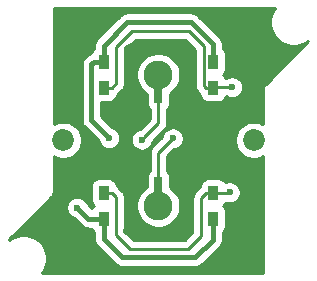
<source format=gbr>
G04 #@! TF.GenerationSoftware,KiCad,Pcbnew,(5.1.4-0-10_14)*
G04 #@! TF.CreationDate,2019-11-01T09:08:41+01:00*
G04 #@! TF.ProjectId,MasterModePushbutton,4d617374-6572-44d6-9f64-655075736862,rev?*
G04 #@! TF.SameCoordinates,Original*
G04 #@! TF.FileFunction,Copper,L1,Top*
G04 #@! TF.FilePolarity,Positive*
%FSLAX46Y46*%
G04 Gerber Fmt 4.6, Leading zero omitted, Abs format (unit mm)*
G04 Created by KiCad (PCBNEW (5.1.4-0-10_14)) date 2019-11-01 09:08:41*
%MOMM*%
%LPD*%
G04 APERTURE LIST*
%ADD10C,0.600000*%
%ADD11C,1.850000*%
%ADD12R,0.900000X1.200000*%
%ADD13C,0.867506*%
%ADD14C,0.100000*%
%ADD15R,0.608000X1.090000*%
%ADD16R,1.090000X3.920000*%
%ADD17C,2.450000*%
%ADD18R,0.640000X2.450000*%
%ADD19R,3.920000X1.090000*%
%ADD20C,0.228600*%
%ADD21C,0.381000*%
%ADD22C,0.254000*%
G04 APERTURE END LIST*
D10*
X127346480Y-102747480D03*
D11*
X127156480Y-94837480D03*
X143286480Y-94837480D03*
D12*
X130596480Y-90387480D03*
X130596480Y-88187480D03*
X139846480Y-90387480D03*
X139846480Y-88187480D03*
X130596480Y-99297480D03*
X130596480Y-101497480D03*
X139846480Y-99297480D03*
X139846480Y-101497480D03*
D13*
X132816480Y-91437480D03*
D14*
G36*
X133361480Y-92249980D02*
G01*
X132271480Y-91624980D01*
X132271480Y-91249980D01*
X133361480Y-90624980D01*
X133361480Y-92249980D01*
X133361480Y-92249980D01*
G37*
D13*
X132816480Y-87137480D03*
D14*
G36*
X133361480Y-87949980D02*
G01*
X132271480Y-87324980D01*
X132271480Y-86949980D01*
X133361480Y-86324980D01*
X133361480Y-87949980D01*
X133361480Y-87949980D01*
G37*
D13*
X137616480Y-91437480D03*
D14*
G36*
X137071480Y-90624980D02*
G01*
X138161480Y-91249980D01*
X138161480Y-91624980D01*
X137071480Y-92249980D01*
X137071480Y-90624980D01*
X137071480Y-90624980D01*
G37*
D15*
X133616480Y-91687480D03*
D16*
X137631480Y-89287480D03*
D17*
X135216480Y-89287480D03*
D18*
X135216480Y-90537480D03*
D16*
X132801480Y-89287480D03*
D19*
X135216480Y-86872480D03*
D15*
X136816480Y-91687480D03*
D13*
X137666480Y-87137480D03*
D14*
G36*
X137121480Y-86324980D02*
G01*
X138211480Y-86949980D01*
X138211480Y-87324980D01*
X137121480Y-87949980D01*
X137121480Y-86324980D01*
X137121480Y-86324980D01*
G37*
D13*
X137616480Y-98247480D03*
D14*
G36*
X137071480Y-97434980D02*
G01*
X138161480Y-98059980D01*
X138161480Y-98434980D01*
X137071480Y-99059980D01*
X137071480Y-97434980D01*
X137071480Y-97434980D01*
G37*
D13*
X137616480Y-102547480D03*
D14*
G36*
X137071480Y-101734980D02*
G01*
X138161480Y-102359980D01*
X138161480Y-102734980D01*
X137071480Y-103359980D01*
X137071480Y-101734980D01*
X137071480Y-101734980D01*
G37*
D13*
X132816480Y-98247480D03*
D14*
G36*
X133361480Y-99059980D02*
G01*
X132271480Y-98434980D01*
X132271480Y-98059980D01*
X133361480Y-97434980D01*
X133361480Y-99059980D01*
X133361480Y-99059980D01*
G37*
D15*
X136816480Y-97997480D03*
D16*
X132801480Y-100397480D03*
D17*
X135216480Y-100397480D03*
D18*
X135216480Y-99147480D03*
D16*
X137631480Y-100397480D03*
D19*
X135216480Y-102812480D03*
D15*
X133616480Y-97997480D03*
D13*
X132766480Y-102547480D03*
D14*
G36*
X133311480Y-103359980D02*
G01*
X132221480Y-102734980D01*
X132221480Y-102359980D01*
X133311480Y-101734980D01*
X133311480Y-103359980D01*
X133311480Y-103359980D01*
G37*
D10*
X142746480Y-87247480D03*
X141446480Y-90347480D03*
X131046480Y-94647480D03*
X128346480Y-100547480D03*
X141246480Y-99247480D03*
X133810820Y-94783784D03*
X136430178Y-94686370D03*
D20*
X130596480Y-90387480D02*
X131275080Y-90387480D01*
X131275080Y-90387480D02*
X131646480Y-90016080D01*
X131646480Y-90016080D02*
X131646480Y-86937000D01*
X139078979Y-86892121D02*
X139078979Y-90246204D01*
X139220255Y-90387480D02*
X139846480Y-90387480D01*
X131646480Y-86937000D02*
X132993828Y-85589652D01*
X132993828Y-85589652D02*
X137776510Y-85589652D01*
X139078979Y-90246204D02*
X139220255Y-90387480D01*
X137776510Y-85589652D02*
X139078979Y-86892121D01*
X141446480Y-90347480D02*
X139886480Y-90347480D01*
X139886480Y-90347480D02*
X139846480Y-90387480D01*
D21*
X130596480Y-88187480D02*
X130596480Y-86832610D01*
X130596480Y-86832610D02*
X132589620Y-84839470D01*
X132589620Y-84839470D02*
X137956906Y-84839470D01*
X139846480Y-86729044D02*
X139846480Y-87206480D01*
X137956906Y-84839470D02*
X139846480Y-86729044D01*
X139846480Y-87206480D02*
X139846480Y-88187480D01*
X129546480Y-88406480D02*
X129546480Y-93147480D01*
X129546480Y-93147480D02*
X131046480Y-94647480D01*
X130596480Y-88187480D02*
X129765480Y-88187480D01*
X129765480Y-88187480D02*
X129546480Y-88406480D01*
D20*
X139846480Y-88187480D02*
X139846480Y-88037480D01*
X130596480Y-88037480D02*
X130596480Y-88187480D01*
D21*
X130596480Y-101497480D02*
X129296480Y-101497480D01*
X129296480Y-101497480D02*
X128346480Y-100547480D01*
X139846480Y-101497480D02*
X139846480Y-103247480D01*
X139846480Y-103247480D02*
X138346480Y-104747480D01*
X130596480Y-103197480D02*
X130596480Y-101497480D01*
X138346480Y-104747480D02*
X132146480Y-104747480D01*
X132146480Y-104747480D02*
X130596480Y-103197480D01*
D20*
X139846480Y-99297480D02*
X141196480Y-99297480D01*
X141196480Y-99297480D02*
X141246480Y-99247480D01*
X130596480Y-99297480D02*
X131275080Y-99297480D01*
X131275080Y-99297480D02*
X131646480Y-99668880D01*
X131646480Y-99668880D02*
X131646480Y-102847480D01*
X138846480Y-99701689D02*
X139250689Y-99297480D01*
X131646480Y-102847480D02*
X132846480Y-104047480D01*
X132846480Y-104047480D02*
X137746480Y-104047480D01*
X137746480Y-104047480D02*
X138846480Y-102947480D01*
X138846480Y-102947480D02*
X138846480Y-99701689D01*
X139250689Y-99297480D02*
X139846480Y-99297480D01*
X134110819Y-94483785D02*
X133810820Y-94783784D01*
X135216480Y-93378124D02*
X134110819Y-94483785D01*
X135216480Y-90537480D02*
X135216480Y-93378124D01*
X135216480Y-90537480D02*
X135216480Y-89287480D01*
X136130179Y-94986369D02*
X136430178Y-94686370D01*
X135216480Y-95900068D02*
X136130179Y-94986369D01*
X135216480Y-99147480D02*
X135216480Y-95900068D01*
X135216480Y-100397480D02*
X135216480Y-99147480D01*
D22*
G36*
X144887395Y-83897230D02*
G01*
X144737762Y-84258477D01*
X144661480Y-84641975D01*
X144661480Y-85032985D01*
X144737762Y-85416483D01*
X144887395Y-85777730D01*
X145104629Y-86102844D01*
X145381116Y-86379331D01*
X145706230Y-86596565D01*
X146067477Y-86746198D01*
X146450975Y-86822480D01*
X146841985Y-86822480D01*
X147225483Y-86746198D01*
X147586730Y-86596565D01*
X147871481Y-86406301D01*
X147871481Y-86461243D01*
X144285898Y-90046826D01*
X144259769Y-90068270D01*
X144238326Y-90094398D01*
X144238320Y-90094404D01*
X144217990Y-90119177D01*
X144174168Y-90172574D01*
X144110561Y-90291575D01*
X144083274Y-90381528D01*
X144080525Y-90390592D01*
X144071392Y-90420698D01*
X144061480Y-90521334D01*
X144061480Y-90521341D01*
X144058167Y-90554980D01*
X144061480Y-90588619D01*
X144061480Y-93479123D01*
X144025417Y-93455026D01*
X143741515Y-93337430D01*
X143440127Y-93277480D01*
X143132833Y-93277480D01*
X142831445Y-93337430D01*
X142547543Y-93455026D01*
X142292038Y-93625749D01*
X142074749Y-93843038D01*
X141904026Y-94098543D01*
X141786430Y-94382445D01*
X141726480Y-94683833D01*
X141726480Y-94991127D01*
X141786430Y-95292515D01*
X141904026Y-95576417D01*
X142074749Y-95831922D01*
X142292038Y-96049211D01*
X142547543Y-96219934D01*
X142831445Y-96337530D01*
X143132833Y-96397480D01*
X143440127Y-96397480D01*
X143741515Y-96337530D01*
X144025417Y-96219934D01*
X144061480Y-96195837D01*
X144061481Y-106062480D01*
X125371983Y-106062480D01*
X125555565Y-105787730D01*
X125705198Y-105426483D01*
X125781480Y-105042985D01*
X125781480Y-104651975D01*
X125705198Y-104268477D01*
X125555565Y-103907230D01*
X125338331Y-103582116D01*
X125061844Y-103305629D01*
X124736730Y-103088395D01*
X124375483Y-102938762D01*
X123991985Y-102862480D01*
X123600975Y-102862480D01*
X123217477Y-102938762D01*
X122856230Y-103088395D01*
X122571480Y-103278659D01*
X122571480Y-103221216D01*
X125337305Y-100455391D01*
X127411480Y-100455391D01*
X127411480Y-100639569D01*
X127447412Y-100820209D01*
X127517894Y-100990369D01*
X127620218Y-101143508D01*
X127750452Y-101273742D01*
X127903591Y-101376066D01*
X128073751Y-101446548D01*
X128079199Y-101447632D01*
X128684091Y-102052525D01*
X128709939Y-102084021D01*
X128741435Y-102109869D01*
X128741438Y-102109872D01*
X128835637Y-102187179D01*
X128976350Y-102262392D01*
X128979046Y-102263833D01*
X129134654Y-102311036D01*
X129255927Y-102322980D01*
X129255929Y-102322980D01*
X129296480Y-102326974D01*
X129337030Y-102322980D01*
X129551311Y-102322980D01*
X129556978Y-102341660D01*
X129615943Y-102451974D01*
X129695295Y-102548665D01*
X129770980Y-102610778D01*
X129770980Y-103156929D01*
X129766986Y-103197480D01*
X129770980Y-103238030D01*
X129770980Y-103238032D01*
X129782924Y-103359305D01*
X129817569Y-103473514D01*
X129830127Y-103514913D01*
X129906781Y-103658322D01*
X129929445Y-103685938D01*
X130009939Y-103784021D01*
X130041446Y-103809878D01*
X131534086Y-105302519D01*
X131559939Y-105334021D01*
X131624076Y-105386657D01*
X131685637Y-105437179D01*
X131829046Y-105513833D01*
X131984654Y-105561036D01*
X132105927Y-105572980D01*
X132105929Y-105572980D01*
X132146479Y-105576974D01*
X132187030Y-105572980D01*
X138305930Y-105572980D01*
X138346480Y-105576974D01*
X138387030Y-105572980D01*
X138387033Y-105572980D01*
X138508306Y-105561036D01*
X138663914Y-105513833D01*
X138807322Y-105437179D01*
X138933021Y-105334021D01*
X138958878Y-105302514D01*
X140401519Y-103859874D01*
X140433021Y-103834021D01*
X140536179Y-103708322D01*
X140612833Y-103564914D01*
X140660036Y-103409306D01*
X140671980Y-103288033D01*
X140671980Y-103288024D01*
X140675973Y-103247481D01*
X140671980Y-103206938D01*
X140671980Y-102610778D01*
X140747665Y-102548665D01*
X140827017Y-102451974D01*
X140885982Y-102341660D01*
X140922292Y-102221962D01*
X140934552Y-102097480D01*
X140934552Y-100897480D01*
X140922292Y-100772998D01*
X140885982Y-100653300D01*
X140827017Y-100542986D01*
X140747665Y-100446295D01*
X140688184Y-100397480D01*
X140747665Y-100348665D01*
X140827017Y-100251974D01*
X140885982Y-100141660D01*
X140894462Y-100113706D01*
X140973751Y-100146548D01*
X141154391Y-100182480D01*
X141338569Y-100182480D01*
X141519209Y-100146548D01*
X141689369Y-100076066D01*
X141842508Y-99973742D01*
X141972742Y-99843508D01*
X142075066Y-99690369D01*
X142145548Y-99520209D01*
X142181480Y-99339569D01*
X142181480Y-99155391D01*
X142145548Y-98974751D01*
X142075066Y-98804591D01*
X141972742Y-98651452D01*
X141842508Y-98521218D01*
X141689369Y-98418894D01*
X141519209Y-98348412D01*
X141338569Y-98312480D01*
X141154391Y-98312480D01*
X140973751Y-98348412D01*
X140855990Y-98397190D01*
X140827017Y-98342986D01*
X140747665Y-98246295D01*
X140650974Y-98166943D01*
X140540660Y-98107978D01*
X140420962Y-98071668D01*
X140296480Y-98059408D01*
X139396480Y-98059408D01*
X139271998Y-98071668D01*
X139152300Y-98107978D01*
X139041986Y-98166943D01*
X138945295Y-98246295D01*
X138865943Y-98342986D01*
X138806978Y-98453300D01*
X138770668Y-98572998D01*
X138758408Y-98697480D01*
X138758408Y-98732159D01*
X138718291Y-98765082D01*
X138694826Y-98793674D01*
X138342669Y-99145831D01*
X138314083Y-99169291D01*
X138290623Y-99197877D01*
X138290620Y-99197880D01*
X138220446Y-99283386D01*
X138150868Y-99413558D01*
X138121648Y-99509886D01*
X138108023Y-99554801D01*
X138104748Y-99588056D01*
X138093556Y-99701689D01*
X138097181Y-99738494D01*
X138097180Y-102637110D01*
X137436111Y-103298180D01*
X133156850Y-103298180D01*
X132395780Y-102537111D01*
X132395780Y-100214286D01*
X133356480Y-100214286D01*
X133356480Y-100580674D01*
X133427959Y-100940022D01*
X133568169Y-101278521D01*
X133771723Y-101583161D01*
X134030799Y-101842237D01*
X134335439Y-102045791D01*
X134673938Y-102186001D01*
X135033286Y-102257480D01*
X135399674Y-102257480D01*
X135759022Y-102186001D01*
X136097521Y-102045791D01*
X136402161Y-101842237D01*
X136661237Y-101583161D01*
X136864791Y-101278521D01*
X137005001Y-100940022D01*
X137076480Y-100580674D01*
X137076480Y-100214286D01*
X137005001Y-99854938D01*
X136864791Y-99516439D01*
X136661237Y-99211799D01*
X136402161Y-98952723D01*
X136174552Y-98800639D01*
X136174552Y-97922480D01*
X136162292Y-97797998D01*
X136125982Y-97678300D01*
X136067017Y-97567986D01*
X135987665Y-97471295D01*
X135965780Y-97453335D01*
X135965780Y-96210437D01*
X136562938Y-95613280D01*
X136702907Y-95585438D01*
X136873067Y-95514956D01*
X137026206Y-95412632D01*
X137156440Y-95282398D01*
X137258764Y-95129259D01*
X137329246Y-94959099D01*
X137365178Y-94778459D01*
X137365178Y-94594281D01*
X137329246Y-94413641D01*
X137258764Y-94243481D01*
X137156440Y-94090342D01*
X137026206Y-93960108D01*
X136873067Y-93857784D01*
X136702907Y-93787302D01*
X136522267Y-93751370D01*
X136338089Y-93751370D01*
X136157449Y-93787302D01*
X135987289Y-93857784D01*
X135834150Y-93960108D01*
X135703916Y-94090342D01*
X135601592Y-94243481D01*
X135531110Y-94413641D01*
X135503268Y-94553610D01*
X134712669Y-95344210D01*
X134684083Y-95367670D01*
X134660623Y-95396256D01*
X134660620Y-95396259D01*
X134590446Y-95481765D01*
X134520868Y-95611937D01*
X134478023Y-95753181D01*
X134463556Y-95900068D01*
X134467181Y-95936873D01*
X134467181Y-97453334D01*
X134445295Y-97471295D01*
X134365943Y-97567986D01*
X134306978Y-97678300D01*
X134270668Y-97797998D01*
X134258408Y-97922480D01*
X134258408Y-98800639D01*
X134030799Y-98952723D01*
X133771723Y-99211799D01*
X133568169Y-99516439D01*
X133427959Y-99854938D01*
X133356480Y-100214286D01*
X132395780Y-100214286D01*
X132395780Y-99705676D01*
X132399404Y-99668880D01*
X132395780Y-99632084D01*
X132395780Y-99632074D01*
X132384938Y-99521992D01*
X132342092Y-99380748D01*
X132272514Y-99250577D01*
X132178878Y-99136482D01*
X132150287Y-99113018D01*
X131830943Y-98793674D01*
X131807478Y-98765082D01*
X131693383Y-98671446D01*
X131681355Y-98665017D01*
X131672292Y-98572998D01*
X131635982Y-98453300D01*
X131577017Y-98342986D01*
X131497665Y-98246295D01*
X131400974Y-98166943D01*
X131290660Y-98107978D01*
X131170962Y-98071668D01*
X131046480Y-98059408D01*
X130146480Y-98059408D01*
X130021998Y-98071668D01*
X129902300Y-98107978D01*
X129791986Y-98166943D01*
X129695295Y-98246295D01*
X129615943Y-98342986D01*
X129556978Y-98453300D01*
X129520668Y-98572998D01*
X129508408Y-98697480D01*
X129508408Y-99897480D01*
X129520668Y-100021962D01*
X129556978Y-100141660D01*
X129615943Y-100251974D01*
X129695295Y-100348665D01*
X129754776Y-100397480D01*
X129695295Y-100446295D01*
X129615943Y-100542986D01*
X129578838Y-100612404D01*
X129246632Y-100280199D01*
X129245548Y-100274751D01*
X129175066Y-100104591D01*
X129072742Y-99951452D01*
X128942508Y-99821218D01*
X128789369Y-99718894D01*
X128619209Y-99648412D01*
X128438569Y-99612480D01*
X128254391Y-99612480D01*
X128073751Y-99648412D01*
X127903591Y-99718894D01*
X127750452Y-99821218D01*
X127620218Y-99951452D01*
X127517894Y-100104591D01*
X127447412Y-100274751D01*
X127411480Y-100455391D01*
X125337305Y-100455391D01*
X126157062Y-99635634D01*
X126183190Y-99614191D01*
X126204634Y-99588062D01*
X126204640Y-99588056D01*
X126247680Y-99535611D01*
X126268792Y-99509887D01*
X126320281Y-99413557D01*
X126332399Y-99390887D01*
X126371568Y-99261763D01*
X126377860Y-99197880D01*
X126381480Y-99161127D01*
X126381480Y-99161119D01*
X126384793Y-99127480D01*
X126381480Y-99093841D01*
X126381480Y-96195837D01*
X126417543Y-96219934D01*
X126701445Y-96337530D01*
X127002833Y-96397480D01*
X127310127Y-96397480D01*
X127611515Y-96337530D01*
X127895417Y-96219934D01*
X128150922Y-96049211D01*
X128368211Y-95831922D01*
X128538934Y-95576417D01*
X128656530Y-95292515D01*
X128716480Y-94991127D01*
X128716480Y-94683833D01*
X128656530Y-94382445D01*
X128538934Y-94098543D01*
X128368211Y-93843038D01*
X128150922Y-93625749D01*
X127895417Y-93455026D01*
X127611515Y-93337430D01*
X127310127Y-93277480D01*
X127002833Y-93277480D01*
X126701445Y-93337430D01*
X126417543Y-93455026D01*
X126381480Y-93479123D01*
X126381480Y-88406480D01*
X128716986Y-88406480D01*
X128720980Y-88447031D01*
X128720981Y-93106920D01*
X128716986Y-93147480D01*
X128732925Y-93309306D01*
X128780127Y-93464913D01*
X128856781Y-93608322D01*
X128904327Y-93666256D01*
X128959940Y-93734021D01*
X128991441Y-93759873D01*
X130146328Y-94914761D01*
X130147412Y-94920209D01*
X130217894Y-95090369D01*
X130320218Y-95243508D01*
X130450452Y-95373742D01*
X130603591Y-95476066D01*
X130773751Y-95546548D01*
X130954391Y-95582480D01*
X131138569Y-95582480D01*
X131319209Y-95546548D01*
X131489369Y-95476066D01*
X131642508Y-95373742D01*
X131772742Y-95243508D01*
X131875066Y-95090369D01*
X131945548Y-94920209D01*
X131981480Y-94739569D01*
X131981480Y-94691695D01*
X132875820Y-94691695D01*
X132875820Y-94875873D01*
X132911752Y-95056513D01*
X132982234Y-95226673D01*
X133084558Y-95379812D01*
X133214792Y-95510046D01*
X133367931Y-95612370D01*
X133538091Y-95682852D01*
X133718731Y-95718784D01*
X133902909Y-95718784D01*
X134083549Y-95682852D01*
X134253709Y-95612370D01*
X134406848Y-95510046D01*
X134537082Y-95379812D01*
X134639406Y-95226673D01*
X134709888Y-95056513D01*
X134737730Y-94916543D01*
X135720297Y-93933978D01*
X135748878Y-93910522D01*
X135772334Y-93881941D01*
X135772341Y-93881934D01*
X135842514Y-93796428D01*
X135912092Y-93666256D01*
X135954938Y-93525012D01*
X135965780Y-93414930D01*
X135965780Y-93414920D01*
X135969404Y-93378124D01*
X135965780Y-93341328D01*
X135965780Y-92231625D01*
X135987665Y-92213665D01*
X136067017Y-92116974D01*
X136125982Y-92006660D01*
X136162292Y-91886962D01*
X136174552Y-91762480D01*
X136174552Y-90884321D01*
X136402161Y-90732237D01*
X136661237Y-90473161D01*
X136864791Y-90168521D01*
X137005001Y-89830022D01*
X137076480Y-89470674D01*
X137076480Y-89104286D01*
X137005001Y-88744938D01*
X136864791Y-88406439D01*
X136661237Y-88101799D01*
X136402161Y-87842723D01*
X136097521Y-87639169D01*
X135759022Y-87498959D01*
X135399674Y-87427480D01*
X135033286Y-87427480D01*
X134673938Y-87498959D01*
X134335439Y-87639169D01*
X134030799Y-87842723D01*
X133771723Y-88101799D01*
X133568169Y-88406439D01*
X133427959Y-88744938D01*
X133356480Y-89104286D01*
X133356480Y-89470674D01*
X133427959Y-89830022D01*
X133568169Y-90168521D01*
X133771723Y-90473161D01*
X134030799Y-90732237D01*
X134258408Y-90884321D01*
X134258408Y-91762480D01*
X134270668Y-91886962D01*
X134306978Y-92006660D01*
X134365943Y-92116974D01*
X134445295Y-92213665D01*
X134467181Y-92231626D01*
X134467181Y-93067753D01*
X133678061Y-93856874D01*
X133538091Y-93884716D01*
X133367931Y-93955198D01*
X133214792Y-94057522D01*
X133084558Y-94187756D01*
X132982234Y-94340895D01*
X132911752Y-94511055D01*
X132875820Y-94691695D01*
X131981480Y-94691695D01*
X131981480Y-94555391D01*
X131945548Y-94374751D01*
X131875066Y-94204591D01*
X131772742Y-94051452D01*
X131642508Y-93921218D01*
X131489369Y-93818894D01*
X131319209Y-93748412D01*
X131313761Y-93747328D01*
X130371980Y-92805548D01*
X130371980Y-91625552D01*
X131046480Y-91625552D01*
X131170962Y-91613292D01*
X131290660Y-91576982D01*
X131400974Y-91518017D01*
X131497665Y-91438665D01*
X131577017Y-91341974D01*
X131635982Y-91231660D01*
X131672292Y-91111962D01*
X131681355Y-91019943D01*
X131693383Y-91013514D01*
X131807478Y-90919878D01*
X131830943Y-90891286D01*
X132150287Y-90571942D01*
X132178878Y-90548478D01*
X132272514Y-90434383D01*
X132342092Y-90304212D01*
X132384938Y-90162968D01*
X132395780Y-90052886D01*
X132395780Y-90052876D01*
X132399404Y-90016080D01*
X132395780Y-89979284D01*
X132395780Y-87247369D01*
X133304199Y-86338952D01*
X137466141Y-86338952D01*
X138329679Y-87202491D01*
X138329680Y-90209399D01*
X138326055Y-90246204D01*
X138329680Y-90283010D01*
X138330524Y-90291574D01*
X138340522Y-90393091D01*
X138383367Y-90534335D01*
X138452945Y-90664507D01*
X138523119Y-90750013D01*
X138546582Y-90778602D01*
X138575168Y-90802062D01*
X138664392Y-90891286D01*
X138687857Y-90919878D01*
X138758408Y-90977778D01*
X138758408Y-90987480D01*
X138770668Y-91111962D01*
X138806978Y-91231660D01*
X138865943Y-91341974D01*
X138945295Y-91438665D01*
X139041986Y-91518017D01*
X139152300Y-91576982D01*
X139271998Y-91613292D01*
X139396480Y-91625552D01*
X140296480Y-91625552D01*
X140420962Y-91613292D01*
X140540660Y-91576982D01*
X140650974Y-91518017D01*
X140747665Y-91438665D01*
X140827017Y-91341974D01*
X140885982Y-91231660D01*
X140919825Y-91120095D01*
X141003591Y-91176066D01*
X141173751Y-91246548D01*
X141354391Y-91282480D01*
X141538569Y-91282480D01*
X141719209Y-91246548D01*
X141889369Y-91176066D01*
X142042508Y-91073742D01*
X142172742Y-90943508D01*
X142275066Y-90790369D01*
X142345548Y-90620209D01*
X142381480Y-90439569D01*
X142381480Y-90255391D01*
X142345548Y-90074751D01*
X142275066Y-89904591D01*
X142172742Y-89751452D01*
X142042508Y-89621218D01*
X141889369Y-89518894D01*
X141719209Y-89448412D01*
X141538569Y-89412480D01*
X141354391Y-89412480D01*
X141173751Y-89448412D01*
X141003591Y-89518894D01*
X140899647Y-89588347D01*
X140885982Y-89543300D01*
X140827017Y-89432986D01*
X140747665Y-89336295D01*
X140688184Y-89287480D01*
X140747665Y-89238665D01*
X140827017Y-89141974D01*
X140885982Y-89031660D01*
X140922292Y-88911962D01*
X140934552Y-88787480D01*
X140934552Y-87587480D01*
X140922292Y-87462998D01*
X140885982Y-87343300D01*
X140827017Y-87232986D01*
X140747665Y-87136295D01*
X140671980Y-87074182D01*
X140671980Y-86769594D01*
X140675974Y-86729043D01*
X140670236Y-86670784D01*
X140660036Y-86567218D01*
X140612833Y-86411610D01*
X140536180Y-86268203D01*
X140536179Y-86268201D01*
X140458871Y-86174002D01*
X140433021Y-86142503D01*
X140401521Y-86116652D01*
X138569304Y-84284436D01*
X138543447Y-84252929D01*
X138417748Y-84149771D01*
X138274340Y-84073117D01*
X138118732Y-84025914D01*
X137997459Y-84013970D01*
X137997456Y-84013970D01*
X137956906Y-84009976D01*
X137916356Y-84013970D01*
X132630170Y-84013970D01*
X132589620Y-84009976D01*
X132549069Y-84013970D01*
X132549067Y-84013970D01*
X132427794Y-84025914D01*
X132272186Y-84073117D01*
X132128777Y-84149771D01*
X132034578Y-84227078D01*
X132034577Y-84227079D01*
X132003079Y-84252929D01*
X131977231Y-84284425D01*
X130041441Y-86220217D01*
X130009940Y-86246069D01*
X129984089Y-86277569D01*
X129906781Y-86371768D01*
X129830127Y-86515177D01*
X129782925Y-86670784D01*
X129766986Y-86832610D01*
X129770981Y-86873170D01*
X129770981Y-87074181D01*
X129695295Y-87136295D01*
X129615943Y-87232986D01*
X129556978Y-87343300D01*
X129542016Y-87392621D01*
X129448046Y-87421127D01*
X129304638Y-87497781D01*
X129178939Y-87600939D01*
X129153086Y-87632442D01*
X128991445Y-87794083D01*
X128959939Y-87819939D01*
X128901956Y-87890593D01*
X128856781Y-87945638D01*
X128808495Y-88035974D01*
X128780127Y-88089047D01*
X128732924Y-88244655D01*
X128722617Y-88349305D01*
X128716986Y-88406480D01*
X126381480Y-88406480D01*
X126381480Y-83619980D01*
X145072647Y-83619980D01*
X144887395Y-83897230D01*
X144887395Y-83897230D01*
G37*
X144887395Y-83897230D02*
X144737762Y-84258477D01*
X144661480Y-84641975D01*
X144661480Y-85032985D01*
X144737762Y-85416483D01*
X144887395Y-85777730D01*
X145104629Y-86102844D01*
X145381116Y-86379331D01*
X145706230Y-86596565D01*
X146067477Y-86746198D01*
X146450975Y-86822480D01*
X146841985Y-86822480D01*
X147225483Y-86746198D01*
X147586730Y-86596565D01*
X147871481Y-86406301D01*
X147871481Y-86461243D01*
X144285898Y-90046826D01*
X144259769Y-90068270D01*
X144238326Y-90094398D01*
X144238320Y-90094404D01*
X144217990Y-90119177D01*
X144174168Y-90172574D01*
X144110561Y-90291575D01*
X144083274Y-90381528D01*
X144080525Y-90390592D01*
X144071392Y-90420698D01*
X144061480Y-90521334D01*
X144061480Y-90521341D01*
X144058167Y-90554980D01*
X144061480Y-90588619D01*
X144061480Y-93479123D01*
X144025417Y-93455026D01*
X143741515Y-93337430D01*
X143440127Y-93277480D01*
X143132833Y-93277480D01*
X142831445Y-93337430D01*
X142547543Y-93455026D01*
X142292038Y-93625749D01*
X142074749Y-93843038D01*
X141904026Y-94098543D01*
X141786430Y-94382445D01*
X141726480Y-94683833D01*
X141726480Y-94991127D01*
X141786430Y-95292515D01*
X141904026Y-95576417D01*
X142074749Y-95831922D01*
X142292038Y-96049211D01*
X142547543Y-96219934D01*
X142831445Y-96337530D01*
X143132833Y-96397480D01*
X143440127Y-96397480D01*
X143741515Y-96337530D01*
X144025417Y-96219934D01*
X144061480Y-96195837D01*
X144061481Y-106062480D01*
X125371983Y-106062480D01*
X125555565Y-105787730D01*
X125705198Y-105426483D01*
X125781480Y-105042985D01*
X125781480Y-104651975D01*
X125705198Y-104268477D01*
X125555565Y-103907230D01*
X125338331Y-103582116D01*
X125061844Y-103305629D01*
X124736730Y-103088395D01*
X124375483Y-102938762D01*
X123991985Y-102862480D01*
X123600975Y-102862480D01*
X123217477Y-102938762D01*
X122856230Y-103088395D01*
X122571480Y-103278659D01*
X122571480Y-103221216D01*
X125337305Y-100455391D01*
X127411480Y-100455391D01*
X127411480Y-100639569D01*
X127447412Y-100820209D01*
X127517894Y-100990369D01*
X127620218Y-101143508D01*
X127750452Y-101273742D01*
X127903591Y-101376066D01*
X128073751Y-101446548D01*
X128079199Y-101447632D01*
X128684091Y-102052525D01*
X128709939Y-102084021D01*
X128741435Y-102109869D01*
X128741438Y-102109872D01*
X128835637Y-102187179D01*
X128976350Y-102262392D01*
X128979046Y-102263833D01*
X129134654Y-102311036D01*
X129255927Y-102322980D01*
X129255929Y-102322980D01*
X129296480Y-102326974D01*
X129337030Y-102322980D01*
X129551311Y-102322980D01*
X129556978Y-102341660D01*
X129615943Y-102451974D01*
X129695295Y-102548665D01*
X129770980Y-102610778D01*
X129770980Y-103156929D01*
X129766986Y-103197480D01*
X129770980Y-103238030D01*
X129770980Y-103238032D01*
X129782924Y-103359305D01*
X129817569Y-103473514D01*
X129830127Y-103514913D01*
X129906781Y-103658322D01*
X129929445Y-103685938D01*
X130009939Y-103784021D01*
X130041446Y-103809878D01*
X131534086Y-105302519D01*
X131559939Y-105334021D01*
X131624076Y-105386657D01*
X131685637Y-105437179D01*
X131829046Y-105513833D01*
X131984654Y-105561036D01*
X132105927Y-105572980D01*
X132105929Y-105572980D01*
X132146479Y-105576974D01*
X132187030Y-105572980D01*
X138305930Y-105572980D01*
X138346480Y-105576974D01*
X138387030Y-105572980D01*
X138387033Y-105572980D01*
X138508306Y-105561036D01*
X138663914Y-105513833D01*
X138807322Y-105437179D01*
X138933021Y-105334021D01*
X138958878Y-105302514D01*
X140401519Y-103859874D01*
X140433021Y-103834021D01*
X140536179Y-103708322D01*
X140612833Y-103564914D01*
X140660036Y-103409306D01*
X140671980Y-103288033D01*
X140671980Y-103288024D01*
X140675973Y-103247481D01*
X140671980Y-103206938D01*
X140671980Y-102610778D01*
X140747665Y-102548665D01*
X140827017Y-102451974D01*
X140885982Y-102341660D01*
X140922292Y-102221962D01*
X140934552Y-102097480D01*
X140934552Y-100897480D01*
X140922292Y-100772998D01*
X140885982Y-100653300D01*
X140827017Y-100542986D01*
X140747665Y-100446295D01*
X140688184Y-100397480D01*
X140747665Y-100348665D01*
X140827017Y-100251974D01*
X140885982Y-100141660D01*
X140894462Y-100113706D01*
X140973751Y-100146548D01*
X141154391Y-100182480D01*
X141338569Y-100182480D01*
X141519209Y-100146548D01*
X141689369Y-100076066D01*
X141842508Y-99973742D01*
X141972742Y-99843508D01*
X142075066Y-99690369D01*
X142145548Y-99520209D01*
X142181480Y-99339569D01*
X142181480Y-99155391D01*
X142145548Y-98974751D01*
X142075066Y-98804591D01*
X141972742Y-98651452D01*
X141842508Y-98521218D01*
X141689369Y-98418894D01*
X141519209Y-98348412D01*
X141338569Y-98312480D01*
X141154391Y-98312480D01*
X140973751Y-98348412D01*
X140855990Y-98397190D01*
X140827017Y-98342986D01*
X140747665Y-98246295D01*
X140650974Y-98166943D01*
X140540660Y-98107978D01*
X140420962Y-98071668D01*
X140296480Y-98059408D01*
X139396480Y-98059408D01*
X139271998Y-98071668D01*
X139152300Y-98107978D01*
X139041986Y-98166943D01*
X138945295Y-98246295D01*
X138865943Y-98342986D01*
X138806978Y-98453300D01*
X138770668Y-98572998D01*
X138758408Y-98697480D01*
X138758408Y-98732159D01*
X138718291Y-98765082D01*
X138694826Y-98793674D01*
X138342669Y-99145831D01*
X138314083Y-99169291D01*
X138290623Y-99197877D01*
X138290620Y-99197880D01*
X138220446Y-99283386D01*
X138150868Y-99413558D01*
X138121648Y-99509886D01*
X138108023Y-99554801D01*
X138104748Y-99588056D01*
X138093556Y-99701689D01*
X138097181Y-99738494D01*
X138097180Y-102637110D01*
X137436111Y-103298180D01*
X133156850Y-103298180D01*
X132395780Y-102537111D01*
X132395780Y-100214286D01*
X133356480Y-100214286D01*
X133356480Y-100580674D01*
X133427959Y-100940022D01*
X133568169Y-101278521D01*
X133771723Y-101583161D01*
X134030799Y-101842237D01*
X134335439Y-102045791D01*
X134673938Y-102186001D01*
X135033286Y-102257480D01*
X135399674Y-102257480D01*
X135759022Y-102186001D01*
X136097521Y-102045791D01*
X136402161Y-101842237D01*
X136661237Y-101583161D01*
X136864791Y-101278521D01*
X137005001Y-100940022D01*
X137076480Y-100580674D01*
X137076480Y-100214286D01*
X137005001Y-99854938D01*
X136864791Y-99516439D01*
X136661237Y-99211799D01*
X136402161Y-98952723D01*
X136174552Y-98800639D01*
X136174552Y-97922480D01*
X136162292Y-97797998D01*
X136125982Y-97678300D01*
X136067017Y-97567986D01*
X135987665Y-97471295D01*
X135965780Y-97453335D01*
X135965780Y-96210437D01*
X136562938Y-95613280D01*
X136702907Y-95585438D01*
X136873067Y-95514956D01*
X137026206Y-95412632D01*
X137156440Y-95282398D01*
X137258764Y-95129259D01*
X137329246Y-94959099D01*
X137365178Y-94778459D01*
X137365178Y-94594281D01*
X137329246Y-94413641D01*
X137258764Y-94243481D01*
X137156440Y-94090342D01*
X137026206Y-93960108D01*
X136873067Y-93857784D01*
X136702907Y-93787302D01*
X136522267Y-93751370D01*
X136338089Y-93751370D01*
X136157449Y-93787302D01*
X135987289Y-93857784D01*
X135834150Y-93960108D01*
X135703916Y-94090342D01*
X135601592Y-94243481D01*
X135531110Y-94413641D01*
X135503268Y-94553610D01*
X134712669Y-95344210D01*
X134684083Y-95367670D01*
X134660623Y-95396256D01*
X134660620Y-95396259D01*
X134590446Y-95481765D01*
X134520868Y-95611937D01*
X134478023Y-95753181D01*
X134463556Y-95900068D01*
X134467181Y-95936873D01*
X134467181Y-97453334D01*
X134445295Y-97471295D01*
X134365943Y-97567986D01*
X134306978Y-97678300D01*
X134270668Y-97797998D01*
X134258408Y-97922480D01*
X134258408Y-98800639D01*
X134030799Y-98952723D01*
X133771723Y-99211799D01*
X133568169Y-99516439D01*
X133427959Y-99854938D01*
X133356480Y-100214286D01*
X132395780Y-100214286D01*
X132395780Y-99705676D01*
X132399404Y-99668880D01*
X132395780Y-99632084D01*
X132395780Y-99632074D01*
X132384938Y-99521992D01*
X132342092Y-99380748D01*
X132272514Y-99250577D01*
X132178878Y-99136482D01*
X132150287Y-99113018D01*
X131830943Y-98793674D01*
X131807478Y-98765082D01*
X131693383Y-98671446D01*
X131681355Y-98665017D01*
X131672292Y-98572998D01*
X131635982Y-98453300D01*
X131577017Y-98342986D01*
X131497665Y-98246295D01*
X131400974Y-98166943D01*
X131290660Y-98107978D01*
X131170962Y-98071668D01*
X131046480Y-98059408D01*
X130146480Y-98059408D01*
X130021998Y-98071668D01*
X129902300Y-98107978D01*
X129791986Y-98166943D01*
X129695295Y-98246295D01*
X129615943Y-98342986D01*
X129556978Y-98453300D01*
X129520668Y-98572998D01*
X129508408Y-98697480D01*
X129508408Y-99897480D01*
X129520668Y-100021962D01*
X129556978Y-100141660D01*
X129615943Y-100251974D01*
X129695295Y-100348665D01*
X129754776Y-100397480D01*
X129695295Y-100446295D01*
X129615943Y-100542986D01*
X129578838Y-100612404D01*
X129246632Y-100280199D01*
X129245548Y-100274751D01*
X129175066Y-100104591D01*
X129072742Y-99951452D01*
X128942508Y-99821218D01*
X128789369Y-99718894D01*
X128619209Y-99648412D01*
X128438569Y-99612480D01*
X128254391Y-99612480D01*
X128073751Y-99648412D01*
X127903591Y-99718894D01*
X127750452Y-99821218D01*
X127620218Y-99951452D01*
X127517894Y-100104591D01*
X127447412Y-100274751D01*
X127411480Y-100455391D01*
X125337305Y-100455391D01*
X126157062Y-99635634D01*
X126183190Y-99614191D01*
X126204634Y-99588062D01*
X126204640Y-99588056D01*
X126247680Y-99535611D01*
X126268792Y-99509887D01*
X126320281Y-99413557D01*
X126332399Y-99390887D01*
X126371568Y-99261763D01*
X126377860Y-99197880D01*
X126381480Y-99161127D01*
X126381480Y-99161119D01*
X126384793Y-99127480D01*
X126381480Y-99093841D01*
X126381480Y-96195837D01*
X126417543Y-96219934D01*
X126701445Y-96337530D01*
X127002833Y-96397480D01*
X127310127Y-96397480D01*
X127611515Y-96337530D01*
X127895417Y-96219934D01*
X128150922Y-96049211D01*
X128368211Y-95831922D01*
X128538934Y-95576417D01*
X128656530Y-95292515D01*
X128716480Y-94991127D01*
X128716480Y-94683833D01*
X128656530Y-94382445D01*
X128538934Y-94098543D01*
X128368211Y-93843038D01*
X128150922Y-93625749D01*
X127895417Y-93455026D01*
X127611515Y-93337430D01*
X127310127Y-93277480D01*
X127002833Y-93277480D01*
X126701445Y-93337430D01*
X126417543Y-93455026D01*
X126381480Y-93479123D01*
X126381480Y-88406480D01*
X128716986Y-88406480D01*
X128720980Y-88447031D01*
X128720981Y-93106920D01*
X128716986Y-93147480D01*
X128732925Y-93309306D01*
X128780127Y-93464913D01*
X128856781Y-93608322D01*
X128904327Y-93666256D01*
X128959940Y-93734021D01*
X128991441Y-93759873D01*
X130146328Y-94914761D01*
X130147412Y-94920209D01*
X130217894Y-95090369D01*
X130320218Y-95243508D01*
X130450452Y-95373742D01*
X130603591Y-95476066D01*
X130773751Y-95546548D01*
X130954391Y-95582480D01*
X131138569Y-95582480D01*
X131319209Y-95546548D01*
X131489369Y-95476066D01*
X131642508Y-95373742D01*
X131772742Y-95243508D01*
X131875066Y-95090369D01*
X131945548Y-94920209D01*
X131981480Y-94739569D01*
X131981480Y-94691695D01*
X132875820Y-94691695D01*
X132875820Y-94875873D01*
X132911752Y-95056513D01*
X132982234Y-95226673D01*
X133084558Y-95379812D01*
X133214792Y-95510046D01*
X133367931Y-95612370D01*
X133538091Y-95682852D01*
X133718731Y-95718784D01*
X133902909Y-95718784D01*
X134083549Y-95682852D01*
X134253709Y-95612370D01*
X134406848Y-95510046D01*
X134537082Y-95379812D01*
X134639406Y-95226673D01*
X134709888Y-95056513D01*
X134737730Y-94916543D01*
X135720297Y-93933978D01*
X135748878Y-93910522D01*
X135772334Y-93881941D01*
X135772341Y-93881934D01*
X135842514Y-93796428D01*
X135912092Y-93666256D01*
X135954938Y-93525012D01*
X135965780Y-93414930D01*
X135965780Y-93414920D01*
X135969404Y-93378124D01*
X135965780Y-93341328D01*
X135965780Y-92231625D01*
X135987665Y-92213665D01*
X136067017Y-92116974D01*
X136125982Y-92006660D01*
X136162292Y-91886962D01*
X136174552Y-91762480D01*
X136174552Y-90884321D01*
X136402161Y-90732237D01*
X136661237Y-90473161D01*
X136864791Y-90168521D01*
X137005001Y-89830022D01*
X137076480Y-89470674D01*
X137076480Y-89104286D01*
X137005001Y-88744938D01*
X136864791Y-88406439D01*
X136661237Y-88101799D01*
X136402161Y-87842723D01*
X136097521Y-87639169D01*
X135759022Y-87498959D01*
X135399674Y-87427480D01*
X135033286Y-87427480D01*
X134673938Y-87498959D01*
X134335439Y-87639169D01*
X134030799Y-87842723D01*
X133771723Y-88101799D01*
X133568169Y-88406439D01*
X133427959Y-88744938D01*
X133356480Y-89104286D01*
X133356480Y-89470674D01*
X133427959Y-89830022D01*
X133568169Y-90168521D01*
X133771723Y-90473161D01*
X134030799Y-90732237D01*
X134258408Y-90884321D01*
X134258408Y-91762480D01*
X134270668Y-91886962D01*
X134306978Y-92006660D01*
X134365943Y-92116974D01*
X134445295Y-92213665D01*
X134467181Y-92231626D01*
X134467181Y-93067753D01*
X133678061Y-93856874D01*
X133538091Y-93884716D01*
X133367931Y-93955198D01*
X133214792Y-94057522D01*
X133084558Y-94187756D01*
X132982234Y-94340895D01*
X132911752Y-94511055D01*
X132875820Y-94691695D01*
X131981480Y-94691695D01*
X131981480Y-94555391D01*
X131945548Y-94374751D01*
X131875066Y-94204591D01*
X131772742Y-94051452D01*
X131642508Y-93921218D01*
X131489369Y-93818894D01*
X131319209Y-93748412D01*
X131313761Y-93747328D01*
X130371980Y-92805548D01*
X130371980Y-91625552D01*
X131046480Y-91625552D01*
X131170962Y-91613292D01*
X131290660Y-91576982D01*
X131400974Y-91518017D01*
X131497665Y-91438665D01*
X131577017Y-91341974D01*
X131635982Y-91231660D01*
X131672292Y-91111962D01*
X131681355Y-91019943D01*
X131693383Y-91013514D01*
X131807478Y-90919878D01*
X131830943Y-90891286D01*
X132150287Y-90571942D01*
X132178878Y-90548478D01*
X132272514Y-90434383D01*
X132342092Y-90304212D01*
X132384938Y-90162968D01*
X132395780Y-90052886D01*
X132395780Y-90052876D01*
X132399404Y-90016080D01*
X132395780Y-89979284D01*
X132395780Y-87247369D01*
X133304199Y-86338952D01*
X137466141Y-86338952D01*
X138329679Y-87202491D01*
X138329680Y-90209399D01*
X138326055Y-90246204D01*
X138329680Y-90283010D01*
X138330524Y-90291574D01*
X138340522Y-90393091D01*
X138383367Y-90534335D01*
X138452945Y-90664507D01*
X138523119Y-90750013D01*
X138546582Y-90778602D01*
X138575168Y-90802062D01*
X138664392Y-90891286D01*
X138687857Y-90919878D01*
X138758408Y-90977778D01*
X138758408Y-90987480D01*
X138770668Y-91111962D01*
X138806978Y-91231660D01*
X138865943Y-91341974D01*
X138945295Y-91438665D01*
X139041986Y-91518017D01*
X139152300Y-91576982D01*
X139271998Y-91613292D01*
X139396480Y-91625552D01*
X140296480Y-91625552D01*
X140420962Y-91613292D01*
X140540660Y-91576982D01*
X140650974Y-91518017D01*
X140747665Y-91438665D01*
X140827017Y-91341974D01*
X140885982Y-91231660D01*
X140919825Y-91120095D01*
X141003591Y-91176066D01*
X141173751Y-91246548D01*
X141354391Y-91282480D01*
X141538569Y-91282480D01*
X141719209Y-91246548D01*
X141889369Y-91176066D01*
X142042508Y-91073742D01*
X142172742Y-90943508D01*
X142275066Y-90790369D01*
X142345548Y-90620209D01*
X142381480Y-90439569D01*
X142381480Y-90255391D01*
X142345548Y-90074751D01*
X142275066Y-89904591D01*
X142172742Y-89751452D01*
X142042508Y-89621218D01*
X141889369Y-89518894D01*
X141719209Y-89448412D01*
X141538569Y-89412480D01*
X141354391Y-89412480D01*
X141173751Y-89448412D01*
X141003591Y-89518894D01*
X140899647Y-89588347D01*
X140885982Y-89543300D01*
X140827017Y-89432986D01*
X140747665Y-89336295D01*
X140688184Y-89287480D01*
X140747665Y-89238665D01*
X140827017Y-89141974D01*
X140885982Y-89031660D01*
X140922292Y-88911962D01*
X140934552Y-88787480D01*
X140934552Y-87587480D01*
X140922292Y-87462998D01*
X140885982Y-87343300D01*
X140827017Y-87232986D01*
X140747665Y-87136295D01*
X140671980Y-87074182D01*
X140671980Y-86769594D01*
X140675974Y-86729043D01*
X140670236Y-86670784D01*
X140660036Y-86567218D01*
X140612833Y-86411610D01*
X140536180Y-86268203D01*
X140536179Y-86268201D01*
X140458871Y-86174002D01*
X140433021Y-86142503D01*
X140401521Y-86116652D01*
X138569304Y-84284436D01*
X138543447Y-84252929D01*
X138417748Y-84149771D01*
X138274340Y-84073117D01*
X138118732Y-84025914D01*
X137997459Y-84013970D01*
X137997456Y-84013970D01*
X137956906Y-84009976D01*
X137916356Y-84013970D01*
X132630170Y-84013970D01*
X132589620Y-84009976D01*
X132549069Y-84013970D01*
X132549067Y-84013970D01*
X132427794Y-84025914D01*
X132272186Y-84073117D01*
X132128777Y-84149771D01*
X132034578Y-84227078D01*
X132034577Y-84227079D01*
X132003079Y-84252929D01*
X131977231Y-84284425D01*
X130041441Y-86220217D01*
X130009940Y-86246069D01*
X129984089Y-86277569D01*
X129906781Y-86371768D01*
X129830127Y-86515177D01*
X129782925Y-86670784D01*
X129766986Y-86832610D01*
X129770981Y-86873170D01*
X129770981Y-87074181D01*
X129695295Y-87136295D01*
X129615943Y-87232986D01*
X129556978Y-87343300D01*
X129542016Y-87392621D01*
X129448046Y-87421127D01*
X129304638Y-87497781D01*
X129178939Y-87600939D01*
X129153086Y-87632442D01*
X128991445Y-87794083D01*
X128959939Y-87819939D01*
X128901956Y-87890593D01*
X128856781Y-87945638D01*
X128808495Y-88035974D01*
X128780127Y-88089047D01*
X128732924Y-88244655D01*
X128722617Y-88349305D01*
X128716986Y-88406480D01*
X126381480Y-88406480D01*
X126381480Y-83619980D01*
X145072647Y-83619980D01*
X144887395Y-83897230D01*
M02*

</source>
